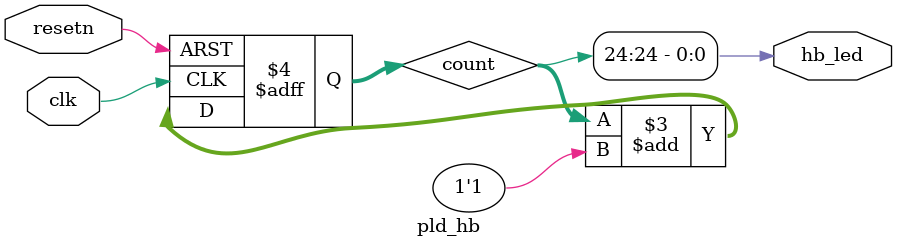
<source format=sv>
`timescale 1 ns / 1 ns
module pld_hb(
    input       clk,
    input       resetn,
    output      hb_led
);

localparam COUNT_MAX   = 33554432;
localparam COUNT_WIDTH = $clog2(COUNT_MAX);

logic [COUNT_WIDTH - 1:0] count;

always_ff @(posedge clk or negedge resetn) begin
    if (!resetn) begin 
        count <= 0;
    end else begin
        count <= count + 1'b1;
    end   
end

assign hb_led = count[COUNT_WIDTH - 1];

endmodule
</source>
